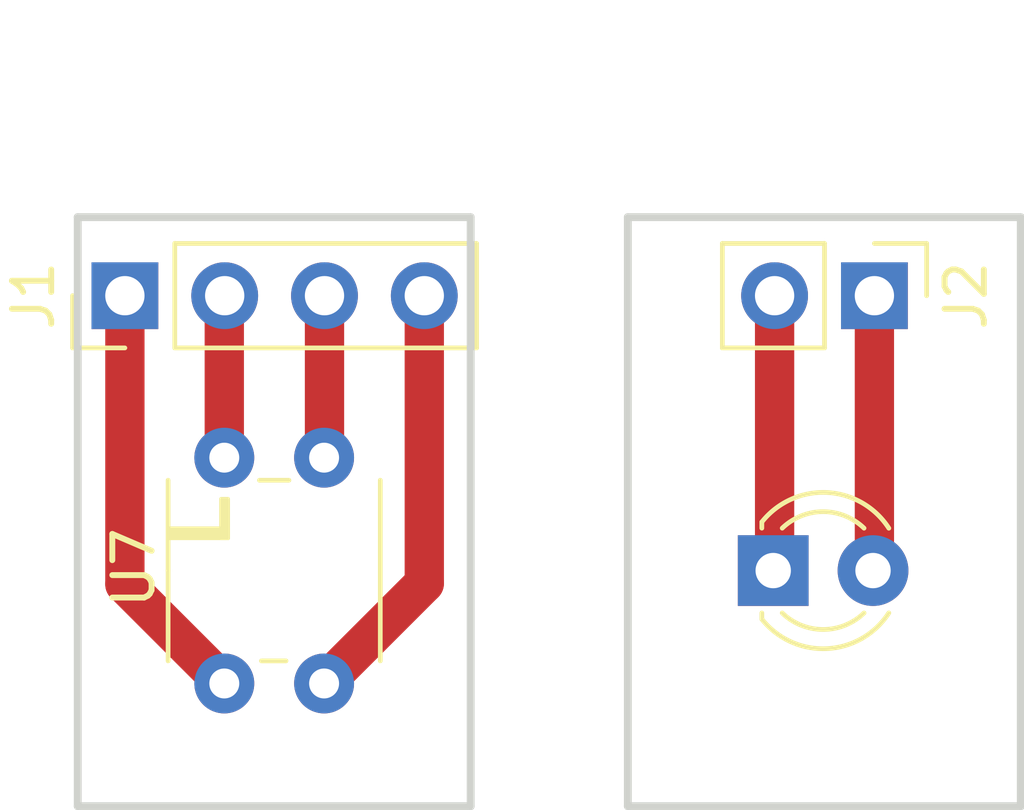
<source format=kicad_pcb>
(kicad_pcb (version 20221018) (generator pcbnew)
  (layers (0 "F.Cu" signal) (31 "B.Cu" signal) (34 "B.Paste" user) (35 "F.Paste" user) (36 "B.SilkS" user "B.Silkscreen") (37 "F.SilkS" user "F.Silkscreen") (38 "B.Mask" user) (39 "F.Mask" user) (44 "Edge.Cuts" user))
  (net 0 "")
  (net 1 "K1(-)")
  (net 2 "LED1")
  (net 3 "+5V")
  (net 4 "D4")
  (net 5 "GND")
  (footprint "_Others:S4282-51" (layer "F.Cu") (at 133 109 90)
    (fp_text reference "U7" (at 0.075 -3.575 90) (layer "F.SilkS"))
    (fp_text value "Line_sennsor")
    (fp_line (start -2.3 -0.325) (end -2.3 0.3) (stroke (width 0.12)) (layer "F.SilkS"))
    (fp_line (start -2.3 2.7) (end 2.3 2.7) (stroke (width 0.12)) (layer "F.SilkS"))
    (fp_line (start 0 -2.7) (end -2.3 -2.7) (stroke (width 0.12)) (layer "F.SilkS"))
    (fp_line (start 2.3 -2.7) (end 0 -2.7) (stroke (width 0.12)) (layer "F.SilkS"))
    (fp_line (start 2.3 -0.375) (end 2.3 0.375) (stroke (width 0.12)) (layer "F.SilkS"))
    (fp_poly (pts (xy 1.075 -1.175) (xy 0.825 -1.175) (xy 0.825 -2.7) (xy 1.075 -2.7)) (stroke (width 0.1)) (fill solid) (layer "F.SilkS"))
    (fp_poly (pts (xy 1.825 -1.175) (xy 0.825 -1.175) (xy 0.825 -1.35) (xy 1.825 -1.35)) (stroke (width 0.1)) (fill solid) (layer "F.SilkS"))
    (pad "1" thru_hole circle (at -2.875 -1.27 90) (size 1.524 1.524) (drill 0.762) (layers "*.Cu" "*.Mask") (net 1 "K1(-)"))
    (pad "2" thru_hole circle (at -2.875 1.27 90) (size 1.524 1.524) (drill 0.762) (layers "*.Cu" "*.Mask") (net 3 "+5V"))
    (pad "3" thru_hole circle (at 2.875 1.27 90) (size 1.524 1.524) (drill 0.762) (layers "*.Cu" "*.Mask") (net 4 "D4"))
    (pad "4" thru_hole circle (at 2.875 -1.27 90) (size 1.524 1.524) (drill 0.762) (layers "*.Cu" "*.Mask") (net 5 "GND"))
  )
  (footprint "Connector_PinHeader_2.54mm:PinHeader_1x04_P2.54mm_Vertical" (layer "F.Cu") (at 129.2 102 90)
    (fp_text reference "J1" (at 0 -2.33 90) (layer "F.SilkS"))
    (fp_text value "Conn_01x04_Socket")
    (fp_line (start -1.33 -1.33) (end 0 -1.33) (stroke (width 0.12)) (layer "F.SilkS"))
    (fp_line (start -1.33 0) (end -1.33 -1.33) (stroke (width 0.12)) (layer "F.SilkS"))
    (fp_line (start -1.33 1.27) (end -1.33 8.95) (stroke (width 0.12)) (layer "F.SilkS"))
    (fp_line (start -1.33 1.27) (end 1.33 1.27) (stroke (width 0.12)) (layer "F.SilkS"))
    (fp_line (start -1.33 8.95) (end 1.33 8.95) (stroke (width 0.12)) (layer "F.SilkS"))
    (fp_line (start 1.33 1.27) (end 1.33 8.95) (stroke (width 0.12)) (layer "F.SilkS"))
    (pad "1" thru_hole rect (at 0 0 90) (size 1.7 1.7) (drill 1) (layers "*.Cu" "*.Mask") (net 1 "K1(-)"))
    (pad "2" thru_hole oval (at 0 2.54 90) (size 1.7 1.7) (drill 1) (layers "*.Cu" "*.Mask") (net 5 "GND"))
    (pad "3" thru_hole oval (at 0 5.08 90) (size 1.7 1.7) (drill 1) (layers "*.Cu" "*.Mask") (net 4 "D4"))
    (pad "4" thru_hole oval (at 0 7.62 90) (size 1.7 1.7) (drill 1) (layers "*.Cu" "*.Mask") (net 3 "+5V"))
  )
  (footprint "Connector_PinHeader_2.54mm:PinHeader_1x02_P2.54mm_Vertical" (layer "F.Cu") (at 148.275 102 -90)
    (fp_text reference "J2" (at 0 -2.33 90) (layer "F.SilkS"))
    (fp_text value "Conn_01x02_Socket")
    (fp_line (start -1.33 -1.33) (end 0 -1.33) (stroke (width 0.12)) (layer "F.SilkS"))
    (fp_line (start -1.33 0) (end -1.33 -1.33) (stroke (width 0.12)) (layer "F.SilkS"))
    (fp_line (start -1.33 1.27) (end -1.33 3.87) (stroke (width 0.12)) (layer "F.SilkS"))
    (fp_line (start -1.33 1.27) (end 1.33 1.27) (stroke (width 0.12)) (layer "F.SilkS"))
    (fp_line (start -1.33 3.87) (end 1.33 3.87) (stroke (width 0.12)) (layer "F.SilkS"))
    (fp_line (start 1.33 1.27) (end 1.33 3.87) (stroke (width 0.12)) (layer "F.SilkS"))
    (pad "1" thru_hole rect (at 0 0 270) (size 1.7 1.7) (drill 1) (layers "*.Cu" "*.Mask") (net 2 "LED1"))
    (pad "2" thru_hole oval (at 0 2.54 270) (size 1.7 1.7) (drill 1) (layers "*.Cu" "*.Mask") (net 1 "K1(-)"))
  )
  (footprint "LED_THT:LED_D3.0mm_Clear" (layer "F.Cu") (at 145.7 109)
    (fp_text reference "D3" hide)
    (fp_text value "LED")
    (fp_line (start -0.29 -1.236) (end -0.29 -1.08) (stroke (width 0.12)) (layer "F.SilkS"))
    (fp_line (start -0.29 1.08) (end -0.29 1.236) (stroke (width 0.12)) (layer "F.SilkS"))
    (fp_arc (start -0.29 -1.235516) (mid 1.366487 -1.987659) (end 2.942335 -1.078608) (stroke (width 0.12)) (layer "F.SilkS"))
    (fp_arc (start 0.229039 -1.08) (mid 1.270117 -1.5) (end 2.31113 -1.079837) (stroke (width 0.12)) (layer "F.SilkS"))
    (fp_arc (start 2.31113 1.079837) (mid 1.270117 1.5) (end 0.229039 1.08) (stroke (width 0.12)) (layer "F.SilkS"))
    (fp_arc (start 2.942335 1.078608) (mid 1.366487 1.987659) (end -0.29 1.235516) (stroke (width 0.12)) (layer "F.SilkS"))
    (pad "1" thru_hole rect (at 0 0) (size 1.8 1.8) (drill 0.9) (layers "*.Cu" "*.Mask") (net 1 "K1(-)"))
    (pad "2" thru_hole circle (at 2.54 0) (size 1.8 1.8) (drill 0.9) (layers "*.Cu" "*.Mask") (net 2 "LED1"))
  )
  (gr_line (start 142 100) (end 142 115) (stroke (width 0.2)) (layer "Edge.Cuts"))
  (gr_line (start 138 100) (end 128 100) (stroke (width 0.2)) (layer "Edge.Cuts"))
  (gr_line (start 138 115) (end 138 100) (stroke (width 0.2)) (layer "Edge.Cuts"))
  (gr_line (start 152 115) (end 152 100) (stroke (width 0.2)) (layer "Edge.Cuts"))
  (gr_line (start 128 100) (end 128 115) (stroke (width 0.2)) (layer "Edge.Cuts"))
  (gr_line (start 152 100) (end 142 100) (stroke (width 0.2)) (layer "Edge.Cuts"))
  (gr_line (start 128 115) (end 138 115) (stroke (width 0.2)) (layer "Edge.Cuts"))
  (gr_line (start 142 115) (end 152 115) (stroke (width 0.2)) (layer "Edge.Cuts"))
  (segment (start 145.735 108.965) (end 145.7 109) (width 1) (layer "F.Cu") (net 1))
  (segment (start 145.735 102) (end 145.735 108.965) (width 1) (layer "F.Cu") (net 1))
  (segment (start 129.2 109.345) (end 131.73 111.875) (width 1) (layer "F.Cu") (net 1))
  (segment (start 129.2 102) (end 129.2 109.345) (width 1) (layer "F.Cu") (net 1))
  (segment (start 148.275 102) (end 148.275 108.965) (width 1) (layer "F.Cu") (net 2))
  (segment (start 148.275 108.965) (end 148.24 109) (width 1) (layer "F.Cu") (net 2))
  (segment (start 136.82 102) (end 136.82 109.325) (width 1) (layer "F.Cu") (net 3))
  (segment (start 136.82 109.325) (end 134.27 111.875) (width 1) (layer "F.Cu") (net 3))
  (segment (start 134.28 106.115) (end 134.27 106.125) (width 1) (layer "F.Cu") (net 4))
  (segment (start 134.28 102) (end 134.28 106.115) (width 1) (layer "F.Cu") (net 4))
  (segment (start 131.73 106.125) (end 131.73 102.01) (width 1) (layer "F.Cu") (net 5))
  (segment (start 131.73 102.01) (end 131.74 102) (width 1) (layer "F.Cu") (net 5))
)
</source>
